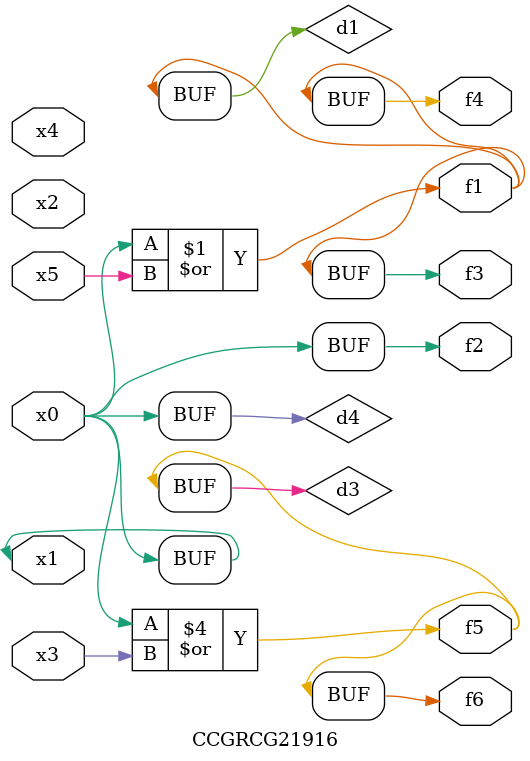
<source format=v>
module CCGRCG21916(
	input x0, x1, x2, x3, x4, x5,
	output f1, f2, f3, f4, f5, f6
);

	wire d1, d2, d3, d4;

	or (d1, x0, x5);
	xnor (d2, x1, x4);
	or (d3, x0, x3);
	buf (d4, x0, x1);
	assign f1 = d1;
	assign f2 = d4;
	assign f3 = d1;
	assign f4 = d1;
	assign f5 = d3;
	assign f6 = d3;
endmodule

</source>
